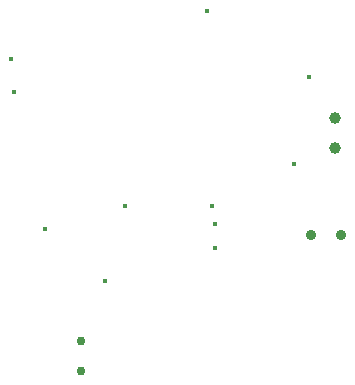
<source format=gbr>
%TF.GenerationSoftware,KiCad,Pcbnew,7.0.9*%
%TF.CreationDate,2024-04-20T19:42:20-07:00*%
%TF.ProjectId,mini_lipo_v1,6d696e69-5f6c-4697-906f-5f76312e6b69,rev?*%
%TF.SameCoordinates,Original*%
%TF.FileFunction,Plated,1,2,PTH,Drill*%
%TF.FilePolarity,Positive*%
%FSLAX46Y46*%
G04 Gerber Fmt 4.6, Leading zero omitted, Abs format (unit mm)*
G04 Created by KiCad (PCBNEW 7.0.9) date 2024-04-20 19:42:20*
%MOMM*%
%LPD*%
G01*
G04 APERTURE LIST*
%TA.AperFunction,ViaDrill*%
%ADD10C,0.400000*%
%TD*%
%TA.AperFunction,ComponentDrill*%
%ADD11C,0.762000*%
%TD*%
%TA.AperFunction,ComponentDrill*%
%ADD12C,0.900000*%
%TD*%
%TA.AperFunction,ComponentDrill*%
%ADD13C,1.000000*%
%TD*%
G04 APERTURE END LIST*
D10*
X88392000Y-40386000D03*
X88646000Y-43180000D03*
X91313000Y-54737000D03*
X96393000Y-59182000D03*
X98044000Y-52832000D03*
X105029000Y-36322000D03*
X105410000Y-52832000D03*
X105664000Y-54356000D03*
X105664000Y-56388000D03*
X112395000Y-49276000D03*
X113665000Y-41910000D03*
D11*
%TO.C,C2*%
X94361000Y-64262000D03*
X94361000Y-66802000D03*
D12*
%TO.C,D1*%
X113802500Y-55283000D03*
X116342500Y-55283000D03*
D13*
%TO.C,J1*%
X115824000Y-45344000D03*
X115824000Y-47884000D03*
M02*

</source>
